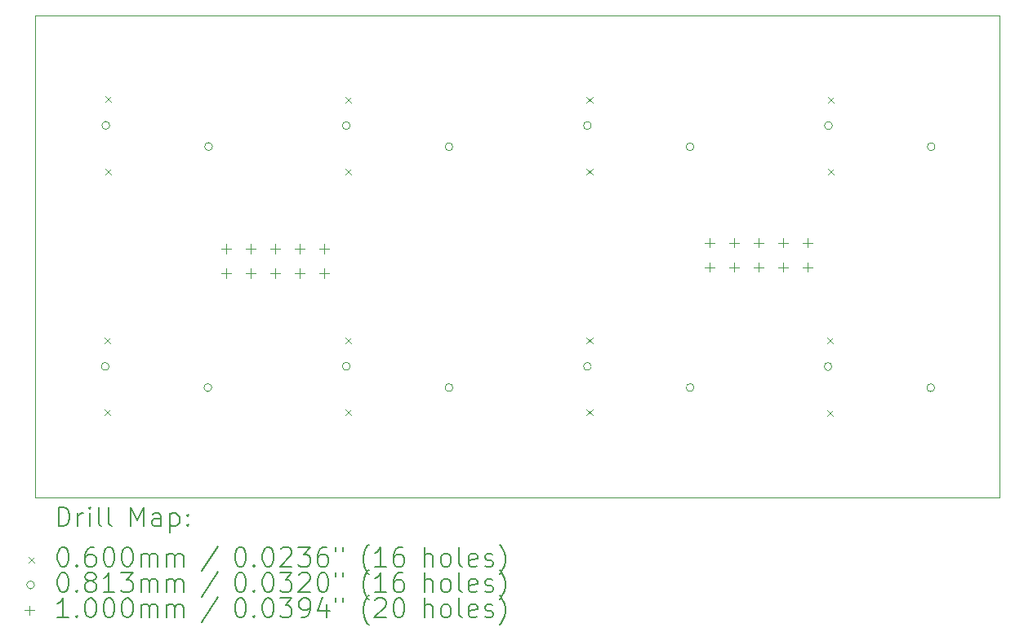
<source format=gbr>
%TF.GenerationSoftware,KiCad,Pcbnew,(7.0.0)*%
%TF.CreationDate,2023-05-19T00:04:20+02:00*%
%TF.ProjectId,BP,42502e6b-6963-4616-945f-706362585858,rev?*%
%TF.SameCoordinates,Original*%
%TF.FileFunction,Drillmap*%
%TF.FilePolarity,Positive*%
%FSLAX45Y45*%
G04 Gerber Fmt 4.5, Leading zero omitted, Abs format (unit mm)*
G04 Created by KiCad (PCBNEW (7.0.0)) date 2023-05-19 00:04:20*
%MOMM*%
%LPD*%
G01*
G04 APERTURE LIST*
%ADD10C,0.100000*%
%ADD11C,0.200000*%
%ADD12C,0.060000*%
%ADD13C,0.081280*%
G04 APERTURE END LIST*
D10*
X16200000Y-23800000D02*
X6200000Y-23800000D01*
X6200000Y-18800000D01*
X16200000Y-18800000D01*
X16200000Y-23800000D01*
D11*
D12*
X6920000Y-22140010D02*
X6980000Y-22200010D01*
X6980000Y-22140010D02*
X6920000Y-22200010D01*
X6920000Y-22890010D02*
X6980000Y-22950010D01*
X6980000Y-22890010D02*
X6920000Y-22950010D01*
X6927100Y-19638130D02*
X6987100Y-19698130D01*
X6987100Y-19638130D02*
X6927100Y-19698130D01*
X6927100Y-20388130D02*
X6987100Y-20448130D01*
X6987100Y-20388130D02*
X6927100Y-20448130D01*
X9420000Y-19640000D02*
X9480000Y-19700000D01*
X9480000Y-19640000D02*
X9420000Y-19700000D01*
X9420000Y-20390000D02*
X9480000Y-20450000D01*
X9480000Y-20390000D02*
X9420000Y-20450000D01*
X9420000Y-22140000D02*
X9480000Y-22200000D01*
X9480000Y-22140000D02*
X9420000Y-22200000D01*
X9420000Y-22890000D02*
X9480000Y-22950000D01*
X9480000Y-22890000D02*
X9420000Y-22950000D01*
X11920000Y-19640000D02*
X11980000Y-19700000D01*
X11980000Y-19640000D02*
X11920000Y-19700000D01*
X11920000Y-20390000D02*
X11980000Y-20450000D01*
X11980000Y-20390000D02*
X11920000Y-20450000D01*
X11920000Y-22140000D02*
X11980000Y-22200000D01*
X11980000Y-22140000D02*
X11920000Y-22200000D01*
X11920000Y-22890000D02*
X11980000Y-22950000D01*
X11980000Y-22890000D02*
X11920000Y-22950000D01*
X14413700Y-22141870D02*
X14473700Y-22201870D01*
X14473700Y-22141870D02*
X14413700Y-22201870D01*
X14413700Y-22891870D02*
X14473700Y-22951870D01*
X14473700Y-22891870D02*
X14413700Y-22951870D01*
X14420000Y-19640000D02*
X14480000Y-19700000D01*
X14480000Y-19640000D02*
X14420000Y-19700000D01*
X14420000Y-20390000D02*
X14480000Y-20450000D01*
X14480000Y-20390000D02*
X14420000Y-20450000D01*
D13*
X6967760Y-22440010D02*
G75*
G03*
X6967760Y-22440010I-40640J0D01*
G01*
X6974860Y-19938130D02*
G75*
G03*
X6974860Y-19938130I-40640J0D01*
G01*
X8032760Y-22660010D02*
G75*
G03*
X8032760Y-22660010I-40640J0D01*
G01*
X8039860Y-20158130D02*
G75*
G03*
X8039860Y-20158130I-40640J0D01*
G01*
X9467760Y-19940000D02*
G75*
G03*
X9467760Y-19940000I-40640J0D01*
G01*
X9467760Y-22440000D02*
G75*
G03*
X9467760Y-22440000I-40640J0D01*
G01*
X10532760Y-20160000D02*
G75*
G03*
X10532760Y-20160000I-40640J0D01*
G01*
X10532760Y-22660000D02*
G75*
G03*
X10532760Y-22660000I-40640J0D01*
G01*
X11967760Y-19940000D02*
G75*
G03*
X11967760Y-19940000I-40640J0D01*
G01*
X11967760Y-22440000D02*
G75*
G03*
X11967760Y-22440000I-40640J0D01*
G01*
X13032760Y-20160000D02*
G75*
G03*
X13032760Y-20160000I-40640J0D01*
G01*
X13032760Y-22660000D02*
G75*
G03*
X13032760Y-22660000I-40640J0D01*
G01*
X14463060Y-22441870D02*
G75*
G03*
X14463060Y-22441870I-40640J0D01*
G01*
X14467760Y-19940000D02*
G75*
G03*
X14467760Y-19940000I-40640J0D01*
G01*
X15528060Y-22661870D02*
G75*
G03*
X15528060Y-22661870I-40640J0D01*
G01*
X15532760Y-20160000D02*
G75*
G03*
X15532760Y-20160000I-40640J0D01*
G01*
D10*
X8184000Y-21166000D02*
X8184000Y-21266000D01*
X8134000Y-21216000D02*
X8234000Y-21216000D01*
X8184000Y-21420000D02*
X8184000Y-21520000D01*
X8134000Y-21470000D02*
X8234000Y-21470000D01*
X8438000Y-21166000D02*
X8438000Y-21266000D01*
X8388000Y-21216000D02*
X8488000Y-21216000D01*
X8438000Y-21420000D02*
X8438000Y-21520000D01*
X8388000Y-21470000D02*
X8488000Y-21470000D01*
X8692000Y-21166000D02*
X8692000Y-21266000D01*
X8642000Y-21216000D02*
X8742000Y-21216000D01*
X8692000Y-21420000D02*
X8692000Y-21520000D01*
X8642000Y-21470000D02*
X8742000Y-21470000D01*
X8946000Y-21166000D02*
X8946000Y-21266000D01*
X8896000Y-21216000D02*
X8996000Y-21216000D01*
X8946000Y-21420000D02*
X8946000Y-21520000D01*
X8896000Y-21470000D02*
X8996000Y-21470000D01*
X9200000Y-21166000D02*
X9200000Y-21266000D01*
X9150000Y-21216000D02*
X9250000Y-21216000D01*
X9200000Y-21420000D02*
X9200000Y-21520000D01*
X9150000Y-21470000D02*
X9250000Y-21470000D01*
X13194000Y-21106000D02*
X13194000Y-21206000D01*
X13144000Y-21156000D02*
X13244000Y-21156000D01*
X13194000Y-21360000D02*
X13194000Y-21460000D01*
X13144000Y-21410000D02*
X13244000Y-21410000D01*
X13448000Y-21106000D02*
X13448000Y-21206000D01*
X13398000Y-21156000D02*
X13498000Y-21156000D01*
X13448000Y-21360000D02*
X13448000Y-21460000D01*
X13398000Y-21410000D02*
X13498000Y-21410000D01*
X13702000Y-21106000D02*
X13702000Y-21206000D01*
X13652000Y-21156000D02*
X13752000Y-21156000D01*
X13702000Y-21360000D02*
X13702000Y-21460000D01*
X13652000Y-21410000D02*
X13752000Y-21410000D01*
X13956000Y-21106000D02*
X13956000Y-21206000D01*
X13906000Y-21156000D02*
X14006000Y-21156000D01*
X13956000Y-21360000D02*
X13956000Y-21460000D01*
X13906000Y-21410000D02*
X14006000Y-21410000D01*
X14210000Y-21106000D02*
X14210000Y-21206000D01*
X14160000Y-21156000D02*
X14260000Y-21156000D01*
X14210000Y-21360000D02*
X14210000Y-21460000D01*
X14160000Y-21410000D02*
X14260000Y-21410000D01*
D11*
X6442619Y-24098476D02*
X6442619Y-23898476D01*
X6442619Y-23898476D02*
X6490238Y-23898476D01*
X6490238Y-23898476D02*
X6518809Y-23908000D01*
X6518809Y-23908000D02*
X6537857Y-23927048D01*
X6537857Y-23927048D02*
X6547381Y-23946095D01*
X6547381Y-23946095D02*
X6556905Y-23984190D01*
X6556905Y-23984190D02*
X6556905Y-24012762D01*
X6556905Y-24012762D02*
X6547381Y-24050857D01*
X6547381Y-24050857D02*
X6537857Y-24069905D01*
X6537857Y-24069905D02*
X6518809Y-24088952D01*
X6518809Y-24088952D02*
X6490238Y-24098476D01*
X6490238Y-24098476D02*
X6442619Y-24098476D01*
X6642619Y-24098476D02*
X6642619Y-23965143D01*
X6642619Y-24003238D02*
X6652143Y-23984190D01*
X6652143Y-23984190D02*
X6661667Y-23974667D01*
X6661667Y-23974667D02*
X6680714Y-23965143D01*
X6680714Y-23965143D02*
X6699762Y-23965143D01*
X6766428Y-24098476D02*
X6766428Y-23965143D01*
X6766428Y-23898476D02*
X6756905Y-23908000D01*
X6756905Y-23908000D02*
X6766428Y-23917524D01*
X6766428Y-23917524D02*
X6775952Y-23908000D01*
X6775952Y-23908000D02*
X6766428Y-23898476D01*
X6766428Y-23898476D02*
X6766428Y-23917524D01*
X6890238Y-24098476D02*
X6871190Y-24088952D01*
X6871190Y-24088952D02*
X6861667Y-24069905D01*
X6861667Y-24069905D02*
X6861667Y-23898476D01*
X6995000Y-24098476D02*
X6975952Y-24088952D01*
X6975952Y-24088952D02*
X6966428Y-24069905D01*
X6966428Y-24069905D02*
X6966428Y-23898476D01*
X7191190Y-24098476D02*
X7191190Y-23898476D01*
X7191190Y-23898476D02*
X7257857Y-24041333D01*
X7257857Y-24041333D02*
X7324524Y-23898476D01*
X7324524Y-23898476D02*
X7324524Y-24098476D01*
X7505476Y-24098476D02*
X7505476Y-23993714D01*
X7505476Y-23993714D02*
X7495952Y-23974667D01*
X7495952Y-23974667D02*
X7476905Y-23965143D01*
X7476905Y-23965143D02*
X7438809Y-23965143D01*
X7438809Y-23965143D02*
X7419762Y-23974667D01*
X7505476Y-24088952D02*
X7486428Y-24098476D01*
X7486428Y-24098476D02*
X7438809Y-24098476D01*
X7438809Y-24098476D02*
X7419762Y-24088952D01*
X7419762Y-24088952D02*
X7410238Y-24069905D01*
X7410238Y-24069905D02*
X7410238Y-24050857D01*
X7410238Y-24050857D02*
X7419762Y-24031809D01*
X7419762Y-24031809D02*
X7438809Y-24022286D01*
X7438809Y-24022286D02*
X7486428Y-24022286D01*
X7486428Y-24022286D02*
X7505476Y-24012762D01*
X7600714Y-23965143D02*
X7600714Y-24165143D01*
X7600714Y-23974667D02*
X7619762Y-23965143D01*
X7619762Y-23965143D02*
X7657857Y-23965143D01*
X7657857Y-23965143D02*
X7676905Y-23974667D01*
X7676905Y-23974667D02*
X7686428Y-23984190D01*
X7686428Y-23984190D02*
X7695952Y-24003238D01*
X7695952Y-24003238D02*
X7695952Y-24060381D01*
X7695952Y-24060381D02*
X7686428Y-24079428D01*
X7686428Y-24079428D02*
X7676905Y-24088952D01*
X7676905Y-24088952D02*
X7657857Y-24098476D01*
X7657857Y-24098476D02*
X7619762Y-24098476D01*
X7619762Y-24098476D02*
X7600714Y-24088952D01*
X7781667Y-24079428D02*
X7791190Y-24088952D01*
X7791190Y-24088952D02*
X7781667Y-24098476D01*
X7781667Y-24098476D02*
X7772143Y-24088952D01*
X7772143Y-24088952D02*
X7781667Y-24079428D01*
X7781667Y-24079428D02*
X7781667Y-24098476D01*
X7781667Y-23974667D02*
X7791190Y-23984190D01*
X7791190Y-23984190D02*
X7781667Y-23993714D01*
X7781667Y-23993714D02*
X7772143Y-23984190D01*
X7772143Y-23984190D02*
X7781667Y-23974667D01*
X7781667Y-23974667D02*
X7781667Y-23993714D01*
D12*
X6135000Y-24415000D02*
X6195000Y-24475000D01*
X6195000Y-24415000D02*
X6135000Y-24475000D01*
D11*
X6480714Y-24318476D02*
X6499762Y-24318476D01*
X6499762Y-24318476D02*
X6518809Y-24328000D01*
X6518809Y-24328000D02*
X6528333Y-24337524D01*
X6528333Y-24337524D02*
X6537857Y-24356571D01*
X6537857Y-24356571D02*
X6547381Y-24394667D01*
X6547381Y-24394667D02*
X6547381Y-24442286D01*
X6547381Y-24442286D02*
X6537857Y-24480381D01*
X6537857Y-24480381D02*
X6528333Y-24499428D01*
X6528333Y-24499428D02*
X6518809Y-24508952D01*
X6518809Y-24508952D02*
X6499762Y-24518476D01*
X6499762Y-24518476D02*
X6480714Y-24518476D01*
X6480714Y-24518476D02*
X6461667Y-24508952D01*
X6461667Y-24508952D02*
X6452143Y-24499428D01*
X6452143Y-24499428D02*
X6442619Y-24480381D01*
X6442619Y-24480381D02*
X6433095Y-24442286D01*
X6433095Y-24442286D02*
X6433095Y-24394667D01*
X6433095Y-24394667D02*
X6442619Y-24356571D01*
X6442619Y-24356571D02*
X6452143Y-24337524D01*
X6452143Y-24337524D02*
X6461667Y-24328000D01*
X6461667Y-24328000D02*
X6480714Y-24318476D01*
X6633095Y-24499428D02*
X6642619Y-24508952D01*
X6642619Y-24508952D02*
X6633095Y-24518476D01*
X6633095Y-24518476D02*
X6623571Y-24508952D01*
X6623571Y-24508952D02*
X6633095Y-24499428D01*
X6633095Y-24499428D02*
X6633095Y-24518476D01*
X6814048Y-24318476D02*
X6775952Y-24318476D01*
X6775952Y-24318476D02*
X6756905Y-24328000D01*
X6756905Y-24328000D02*
X6747381Y-24337524D01*
X6747381Y-24337524D02*
X6728333Y-24366095D01*
X6728333Y-24366095D02*
X6718809Y-24404190D01*
X6718809Y-24404190D02*
X6718809Y-24480381D01*
X6718809Y-24480381D02*
X6728333Y-24499428D01*
X6728333Y-24499428D02*
X6737857Y-24508952D01*
X6737857Y-24508952D02*
X6756905Y-24518476D01*
X6756905Y-24518476D02*
X6795000Y-24518476D01*
X6795000Y-24518476D02*
X6814048Y-24508952D01*
X6814048Y-24508952D02*
X6823571Y-24499428D01*
X6823571Y-24499428D02*
X6833095Y-24480381D01*
X6833095Y-24480381D02*
X6833095Y-24432762D01*
X6833095Y-24432762D02*
X6823571Y-24413714D01*
X6823571Y-24413714D02*
X6814048Y-24404190D01*
X6814048Y-24404190D02*
X6795000Y-24394667D01*
X6795000Y-24394667D02*
X6756905Y-24394667D01*
X6756905Y-24394667D02*
X6737857Y-24404190D01*
X6737857Y-24404190D02*
X6728333Y-24413714D01*
X6728333Y-24413714D02*
X6718809Y-24432762D01*
X6956905Y-24318476D02*
X6975952Y-24318476D01*
X6975952Y-24318476D02*
X6995000Y-24328000D01*
X6995000Y-24328000D02*
X7004524Y-24337524D01*
X7004524Y-24337524D02*
X7014048Y-24356571D01*
X7014048Y-24356571D02*
X7023571Y-24394667D01*
X7023571Y-24394667D02*
X7023571Y-24442286D01*
X7023571Y-24442286D02*
X7014048Y-24480381D01*
X7014048Y-24480381D02*
X7004524Y-24499428D01*
X7004524Y-24499428D02*
X6995000Y-24508952D01*
X6995000Y-24508952D02*
X6975952Y-24518476D01*
X6975952Y-24518476D02*
X6956905Y-24518476D01*
X6956905Y-24518476D02*
X6937857Y-24508952D01*
X6937857Y-24508952D02*
X6928333Y-24499428D01*
X6928333Y-24499428D02*
X6918809Y-24480381D01*
X6918809Y-24480381D02*
X6909286Y-24442286D01*
X6909286Y-24442286D02*
X6909286Y-24394667D01*
X6909286Y-24394667D02*
X6918809Y-24356571D01*
X6918809Y-24356571D02*
X6928333Y-24337524D01*
X6928333Y-24337524D02*
X6937857Y-24328000D01*
X6937857Y-24328000D02*
X6956905Y-24318476D01*
X7147381Y-24318476D02*
X7166429Y-24318476D01*
X7166429Y-24318476D02*
X7185476Y-24328000D01*
X7185476Y-24328000D02*
X7195000Y-24337524D01*
X7195000Y-24337524D02*
X7204524Y-24356571D01*
X7204524Y-24356571D02*
X7214048Y-24394667D01*
X7214048Y-24394667D02*
X7214048Y-24442286D01*
X7214048Y-24442286D02*
X7204524Y-24480381D01*
X7204524Y-24480381D02*
X7195000Y-24499428D01*
X7195000Y-24499428D02*
X7185476Y-24508952D01*
X7185476Y-24508952D02*
X7166429Y-24518476D01*
X7166429Y-24518476D02*
X7147381Y-24518476D01*
X7147381Y-24518476D02*
X7128333Y-24508952D01*
X7128333Y-24508952D02*
X7118809Y-24499428D01*
X7118809Y-24499428D02*
X7109286Y-24480381D01*
X7109286Y-24480381D02*
X7099762Y-24442286D01*
X7099762Y-24442286D02*
X7099762Y-24394667D01*
X7099762Y-24394667D02*
X7109286Y-24356571D01*
X7109286Y-24356571D02*
X7118809Y-24337524D01*
X7118809Y-24337524D02*
X7128333Y-24328000D01*
X7128333Y-24328000D02*
X7147381Y-24318476D01*
X7299762Y-24518476D02*
X7299762Y-24385143D01*
X7299762Y-24404190D02*
X7309286Y-24394667D01*
X7309286Y-24394667D02*
X7328333Y-24385143D01*
X7328333Y-24385143D02*
X7356905Y-24385143D01*
X7356905Y-24385143D02*
X7375952Y-24394667D01*
X7375952Y-24394667D02*
X7385476Y-24413714D01*
X7385476Y-24413714D02*
X7385476Y-24518476D01*
X7385476Y-24413714D02*
X7395000Y-24394667D01*
X7395000Y-24394667D02*
X7414048Y-24385143D01*
X7414048Y-24385143D02*
X7442619Y-24385143D01*
X7442619Y-24385143D02*
X7461667Y-24394667D01*
X7461667Y-24394667D02*
X7471190Y-24413714D01*
X7471190Y-24413714D02*
X7471190Y-24518476D01*
X7566429Y-24518476D02*
X7566429Y-24385143D01*
X7566429Y-24404190D02*
X7575952Y-24394667D01*
X7575952Y-24394667D02*
X7595000Y-24385143D01*
X7595000Y-24385143D02*
X7623571Y-24385143D01*
X7623571Y-24385143D02*
X7642619Y-24394667D01*
X7642619Y-24394667D02*
X7652143Y-24413714D01*
X7652143Y-24413714D02*
X7652143Y-24518476D01*
X7652143Y-24413714D02*
X7661667Y-24394667D01*
X7661667Y-24394667D02*
X7680714Y-24385143D01*
X7680714Y-24385143D02*
X7709286Y-24385143D01*
X7709286Y-24385143D02*
X7728333Y-24394667D01*
X7728333Y-24394667D02*
X7737857Y-24413714D01*
X7737857Y-24413714D02*
X7737857Y-24518476D01*
X8095952Y-24308952D02*
X7924524Y-24566095D01*
X8320714Y-24318476D02*
X8339762Y-24318476D01*
X8339762Y-24318476D02*
X8358810Y-24328000D01*
X8358810Y-24328000D02*
X8368333Y-24337524D01*
X8368333Y-24337524D02*
X8377857Y-24356571D01*
X8377857Y-24356571D02*
X8387381Y-24394667D01*
X8387381Y-24394667D02*
X8387381Y-24442286D01*
X8387381Y-24442286D02*
X8377857Y-24480381D01*
X8377857Y-24480381D02*
X8368333Y-24499428D01*
X8368333Y-24499428D02*
X8358810Y-24508952D01*
X8358810Y-24508952D02*
X8339762Y-24518476D01*
X8339762Y-24518476D02*
X8320714Y-24518476D01*
X8320714Y-24518476D02*
X8301667Y-24508952D01*
X8301667Y-24508952D02*
X8292143Y-24499428D01*
X8292143Y-24499428D02*
X8282619Y-24480381D01*
X8282619Y-24480381D02*
X8273095Y-24442286D01*
X8273095Y-24442286D02*
X8273095Y-24394667D01*
X8273095Y-24394667D02*
X8282619Y-24356571D01*
X8282619Y-24356571D02*
X8292143Y-24337524D01*
X8292143Y-24337524D02*
X8301667Y-24328000D01*
X8301667Y-24328000D02*
X8320714Y-24318476D01*
X8473095Y-24499428D02*
X8482619Y-24508952D01*
X8482619Y-24508952D02*
X8473095Y-24518476D01*
X8473095Y-24518476D02*
X8463572Y-24508952D01*
X8463572Y-24508952D02*
X8473095Y-24499428D01*
X8473095Y-24499428D02*
X8473095Y-24518476D01*
X8606429Y-24318476D02*
X8625476Y-24318476D01*
X8625476Y-24318476D02*
X8644524Y-24328000D01*
X8644524Y-24328000D02*
X8654048Y-24337524D01*
X8654048Y-24337524D02*
X8663572Y-24356571D01*
X8663572Y-24356571D02*
X8673095Y-24394667D01*
X8673095Y-24394667D02*
X8673095Y-24442286D01*
X8673095Y-24442286D02*
X8663572Y-24480381D01*
X8663572Y-24480381D02*
X8654048Y-24499428D01*
X8654048Y-24499428D02*
X8644524Y-24508952D01*
X8644524Y-24508952D02*
X8625476Y-24518476D01*
X8625476Y-24518476D02*
X8606429Y-24518476D01*
X8606429Y-24518476D02*
X8587381Y-24508952D01*
X8587381Y-24508952D02*
X8577857Y-24499428D01*
X8577857Y-24499428D02*
X8568333Y-24480381D01*
X8568333Y-24480381D02*
X8558810Y-24442286D01*
X8558810Y-24442286D02*
X8558810Y-24394667D01*
X8558810Y-24394667D02*
X8568333Y-24356571D01*
X8568333Y-24356571D02*
X8577857Y-24337524D01*
X8577857Y-24337524D02*
X8587381Y-24328000D01*
X8587381Y-24328000D02*
X8606429Y-24318476D01*
X8749286Y-24337524D02*
X8758810Y-24328000D01*
X8758810Y-24328000D02*
X8777857Y-24318476D01*
X8777857Y-24318476D02*
X8825476Y-24318476D01*
X8825476Y-24318476D02*
X8844524Y-24328000D01*
X8844524Y-24328000D02*
X8854048Y-24337524D01*
X8854048Y-24337524D02*
X8863572Y-24356571D01*
X8863572Y-24356571D02*
X8863572Y-24375619D01*
X8863572Y-24375619D02*
X8854048Y-24404190D01*
X8854048Y-24404190D02*
X8739762Y-24518476D01*
X8739762Y-24518476D02*
X8863572Y-24518476D01*
X8930238Y-24318476D02*
X9054048Y-24318476D01*
X9054048Y-24318476D02*
X8987381Y-24394667D01*
X8987381Y-24394667D02*
X9015953Y-24394667D01*
X9015953Y-24394667D02*
X9035000Y-24404190D01*
X9035000Y-24404190D02*
X9044524Y-24413714D01*
X9044524Y-24413714D02*
X9054048Y-24432762D01*
X9054048Y-24432762D02*
X9054048Y-24480381D01*
X9054048Y-24480381D02*
X9044524Y-24499428D01*
X9044524Y-24499428D02*
X9035000Y-24508952D01*
X9035000Y-24508952D02*
X9015953Y-24518476D01*
X9015953Y-24518476D02*
X8958810Y-24518476D01*
X8958810Y-24518476D02*
X8939762Y-24508952D01*
X8939762Y-24508952D02*
X8930238Y-24499428D01*
X9225476Y-24318476D02*
X9187381Y-24318476D01*
X9187381Y-24318476D02*
X9168333Y-24328000D01*
X9168333Y-24328000D02*
X9158810Y-24337524D01*
X9158810Y-24337524D02*
X9139762Y-24366095D01*
X9139762Y-24366095D02*
X9130238Y-24404190D01*
X9130238Y-24404190D02*
X9130238Y-24480381D01*
X9130238Y-24480381D02*
X9139762Y-24499428D01*
X9139762Y-24499428D02*
X9149286Y-24508952D01*
X9149286Y-24508952D02*
X9168333Y-24518476D01*
X9168333Y-24518476D02*
X9206429Y-24518476D01*
X9206429Y-24518476D02*
X9225476Y-24508952D01*
X9225476Y-24508952D02*
X9235000Y-24499428D01*
X9235000Y-24499428D02*
X9244524Y-24480381D01*
X9244524Y-24480381D02*
X9244524Y-24432762D01*
X9244524Y-24432762D02*
X9235000Y-24413714D01*
X9235000Y-24413714D02*
X9225476Y-24404190D01*
X9225476Y-24404190D02*
X9206429Y-24394667D01*
X9206429Y-24394667D02*
X9168333Y-24394667D01*
X9168333Y-24394667D02*
X9149286Y-24404190D01*
X9149286Y-24404190D02*
X9139762Y-24413714D01*
X9139762Y-24413714D02*
X9130238Y-24432762D01*
X9320714Y-24318476D02*
X9320714Y-24356571D01*
X9396905Y-24318476D02*
X9396905Y-24356571D01*
X9659762Y-24594667D02*
X9650238Y-24585143D01*
X9650238Y-24585143D02*
X9631191Y-24556571D01*
X9631191Y-24556571D02*
X9621667Y-24537524D01*
X9621667Y-24537524D02*
X9612143Y-24508952D01*
X9612143Y-24508952D02*
X9602619Y-24461333D01*
X9602619Y-24461333D02*
X9602619Y-24423238D01*
X9602619Y-24423238D02*
X9612143Y-24375619D01*
X9612143Y-24375619D02*
X9621667Y-24347048D01*
X9621667Y-24347048D02*
X9631191Y-24328000D01*
X9631191Y-24328000D02*
X9650238Y-24299428D01*
X9650238Y-24299428D02*
X9659762Y-24289905D01*
X9840714Y-24518476D02*
X9726429Y-24518476D01*
X9783572Y-24518476D02*
X9783572Y-24318476D01*
X9783572Y-24318476D02*
X9764524Y-24347048D01*
X9764524Y-24347048D02*
X9745476Y-24366095D01*
X9745476Y-24366095D02*
X9726429Y-24375619D01*
X10012143Y-24318476D02*
X9974048Y-24318476D01*
X9974048Y-24318476D02*
X9955000Y-24328000D01*
X9955000Y-24328000D02*
X9945476Y-24337524D01*
X9945476Y-24337524D02*
X9926429Y-24366095D01*
X9926429Y-24366095D02*
X9916905Y-24404190D01*
X9916905Y-24404190D02*
X9916905Y-24480381D01*
X9916905Y-24480381D02*
X9926429Y-24499428D01*
X9926429Y-24499428D02*
X9935953Y-24508952D01*
X9935953Y-24508952D02*
X9955000Y-24518476D01*
X9955000Y-24518476D02*
X9993095Y-24518476D01*
X9993095Y-24518476D02*
X10012143Y-24508952D01*
X10012143Y-24508952D02*
X10021667Y-24499428D01*
X10021667Y-24499428D02*
X10031191Y-24480381D01*
X10031191Y-24480381D02*
X10031191Y-24432762D01*
X10031191Y-24432762D02*
X10021667Y-24413714D01*
X10021667Y-24413714D02*
X10012143Y-24404190D01*
X10012143Y-24404190D02*
X9993095Y-24394667D01*
X9993095Y-24394667D02*
X9955000Y-24394667D01*
X9955000Y-24394667D02*
X9935953Y-24404190D01*
X9935953Y-24404190D02*
X9926429Y-24413714D01*
X9926429Y-24413714D02*
X9916905Y-24432762D01*
X10236905Y-24518476D02*
X10236905Y-24318476D01*
X10322619Y-24518476D02*
X10322619Y-24413714D01*
X10322619Y-24413714D02*
X10313095Y-24394667D01*
X10313095Y-24394667D02*
X10294048Y-24385143D01*
X10294048Y-24385143D02*
X10265476Y-24385143D01*
X10265476Y-24385143D02*
X10246429Y-24394667D01*
X10246429Y-24394667D02*
X10236905Y-24404190D01*
X10446429Y-24518476D02*
X10427381Y-24508952D01*
X10427381Y-24508952D02*
X10417857Y-24499428D01*
X10417857Y-24499428D02*
X10408334Y-24480381D01*
X10408334Y-24480381D02*
X10408334Y-24423238D01*
X10408334Y-24423238D02*
X10417857Y-24404190D01*
X10417857Y-24404190D02*
X10427381Y-24394667D01*
X10427381Y-24394667D02*
X10446429Y-24385143D01*
X10446429Y-24385143D02*
X10475000Y-24385143D01*
X10475000Y-24385143D02*
X10494048Y-24394667D01*
X10494048Y-24394667D02*
X10503572Y-24404190D01*
X10503572Y-24404190D02*
X10513095Y-24423238D01*
X10513095Y-24423238D02*
X10513095Y-24480381D01*
X10513095Y-24480381D02*
X10503572Y-24499428D01*
X10503572Y-24499428D02*
X10494048Y-24508952D01*
X10494048Y-24508952D02*
X10475000Y-24518476D01*
X10475000Y-24518476D02*
X10446429Y-24518476D01*
X10627381Y-24518476D02*
X10608334Y-24508952D01*
X10608334Y-24508952D02*
X10598810Y-24489905D01*
X10598810Y-24489905D02*
X10598810Y-24318476D01*
X10779762Y-24508952D02*
X10760715Y-24518476D01*
X10760715Y-24518476D02*
X10722619Y-24518476D01*
X10722619Y-24518476D02*
X10703572Y-24508952D01*
X10703572Y-24508952D02*
X10694048Y-24489905D01*
X10694048Y-24489905D02*
X10694048Y-24413714D01*
X10694048Y-24413714D02*
X10703572Y-24394667D01*
X10703572Y-24394667D02*
X10722619Y-24385143D01*
X10722619Y-24385143D02*
X10760715Y-24385143D01*
X10760715Y-24385143D02*
X10779762Y-24394667D01*
X10779762Y-24394667D02*
X10789286Y-24413714D01*
X10789286Y-24413714D02*
X10789286Y-24432762D01*
X10789286Y-24432762D02*
X10694048Y-24451809D01*
X10865476Y-24508952D02*
X10884524Y-24518476D01*
X10884524Y-24518476D02*
X10922619Y-24518476D01*
X10922619Y-24518476D02*
X10941667Y-24508952D01*
X10941667Y-24508952D02*
X10951191Y-24489905D01*
X10951191Y-24489905D02*
X10951191Y-24480381D01*
X10951191Y-24480381D02*
X10941667Y-24461333D01*
X10941667Y-24461333D02*
X10922619Y-24451809D01*
X10922619Y-24451809D02*
X10894048Y-24451809D01*
X10894048Y-24451809D02*
X10875000Y-24442286D01*
X10875000Y-24442286D02*
X10865476Y-24423238D01*
X10865476Y-24423238D02*
X10865476Y-24413714D01*
X10865476Y-24413714D02*
X10875000Y-24394667D01*
X10875000Y-24394667D02*
X10894048Y-24385143D01*
X10894048Y-24385143D02*
X10922619Y-24385143D01*
X10922619Y-24385143D02*
X10941667Y-24394667D01*
X11017857Y-24594667D02*
X11027381Y-24585143D01*
X11027381Y-24585143D02*
X11046429Y-24556571D01*
X11046429Y-24556571D02*
X11055953Y-24537524D01*
X11055953Y-24537524D02*
X11065476Y-24508952D01*
X11065476Y-24508952D02*
X11075000Y-24461333D01*
X11075000Y-24461333D02*
X11075000Y-24423238D01*
X11075000Y-24423238D02*
X11065476Y-24375619D01*
X11065476Y-24375619D02*
X11055953Y-24347048D01*
X11055953Y-24347048D02*
X11046429Y-24328000D01*
X11046429Y-24328000D02*
X11027381Y-24299428D01*
X11027381Y-24299428D02*
X11017857Y-24289905D01*
D13*
X6195000Y-24709000D02*
G75*
G03*
X6195000Y-24709000I-40640J0D01*
G01*
D11*
X6480714Y-24582476D02*
X6499762Y-24582476D01*
X6499762Y-24582476D02*
X6518809Y-24592000D01*
X6518809Y-24592000D02*
X6528333Y-24601524D01*
X6528333Y-24601524D02*
X6537857Y-24620571D01*
X6537857Y-24620571D02*
X6547381Y-24658667D01*
X6547381Y-24658667D02*
X6547381Y-24706286D01*
X6547381Y-24706286D02*
X6537857Y-24744381D01*
X6537857Y-24744381D02*
X6528333Y-24763428D01*
X6528333Y-24763428D02*
X6518809Y-24772952D01*
X6518809Y-24772952D02*
X6499762Y-24782476D01*
X6499762Y-24782476D02*
X6480714Y-24782476D01*
X6480714Y-24782476D02*
X6461667Y-24772952D01*
X6461667Y-24772952D02*
X6452143Y-24763428D01*
X6452143Y-24763428D02*
X6442619Y-24744381D01*
X6442619Y-24744381D02*
X6433095Y-24706286D01*
X6433095Y-24706286D02*
X6433095Y-24658667D01*
X6433095Y-24658667D02*
X6442619Y-24620571D01*
X6442619Y-24620571D02*
X6452143Y-24601524D01*
X6452143Y-24601524D02*
X6461667Y-24592000D01*
X6461667Y-24592000D02*
X6480714Y-24582476D01*
X6633095Y-24763428D02*
X6642619Y-24772952D01*
X6642619Y-24772952D02*
X6633095Y-24782476D01*
X6633095Y-24782476D02*
X6623571Y-24772952D01*
X6623571Y-24772952D02*
X6633095Y-24763428D01*
X6633095Y-24763428D02*
X6633095Y-24782476D01*
X6756905Y-24668190D02*
X6737857Y-24658667D01*
X6737857Y-24658667D02*
X6728333Y-24649143D01*
X6728333Y-24649143D02*
X6718809Y-24630095D01*
X6718809Y-24630095D02*
X6718809Y-24620571D01*
X6718809Y-24620571D02*
X6728333Y-24601524D01*
X6728333Y-24601524D02*
X6737857Y-24592000D01*
X6737857Y-24592000D02*
X6756905Y-24582476D01*
X6756905Y-24582476D02*
X6795000Y-24582476D01*
X6795000Y-24582476D02*
X6814048Y-24592000D01*
X6814048Y-24592000D02*
X6823571Y-24601524D01*
X6823571Y-24601524D02*
X6833095Y-24620571D01*
X6833095Y-24620571D02*
X6833095Y-24630095D01*
X6833095Y-24630095D02*
X6823571Y-24649143D01*
X6823571Y-24649143D02*
X6814048Y-24658667D01*
X6814048Y-24658667D02*
X6795000Y-24668190D01*
X6795000Y-24668190D02*
X6756905Y-24668190D01*
X6756905Y-24668190D02*
X6737857Y-24677714D01*
X6737857Y-24677714D02*
X6728333Y-24687238D01*
X6728333Y-24687238D02*
X6718809Y-24706286D01*
X6718809Y-24706286D02*
X6718809Y-24744381D01*
X6718809Y-24744381D02*
X6728333Y-24763428D01*
X6728333Y-24763428D02*
X6737857Y-24772952D01*
X6737857Y-24772952D02*
X6756905Y-24782476D01*
X6756905Y-24782476D02*
X6795000Y-24782476D01*
X6795000Y-24782476D02*
X6814048Y-24772952D01*
X6814048Y-24772952D02*
X6823571Y-24763428D01*
X6823571Y-24763428D02*
X6833095Y-24744381D01*
X6833095Y-24744381D02*
X6833095Y-24706286D01*
X6833095Y-24706286D02*
X6823571Y-24687238D01*
X6823571Y-24687238D02*
X6814048Y-24677714D01*
X6814048Y-24677714D02*
X6795000Y-24668190D01*
X7023571Y-24782476D02*
X6909286Y-24782476D01*
X6966428Y-24782476D02*
X6966428Y-24582476D01*
X6966428Y-24582476D02*
X6947381Y-24611048D01*
X6947381Y-24611048D02*
X6928333Y-24630095D01*
X6928333Y-24630095D02*
X6909286Y-24639619D01*
X7090238Y-24582476D02*
X7214048Y-24582476D01*
X7214048Y-24582476D02*
X7147381Y-24658667D01*
X7147381Y-24658667D02*
X7175952Y-24658667D01*
X7175952Y-24658667D02*
X7195000Y-24668190D01*
X7195000Y-24668190D02*
X7204524Y-24677714D01*
X7204524Y-24677714D02*
X7214048Y-24696762D01*
X7214048Y-24696762D02*
X7214048Y-24744381D01*
X7214048Y-24744381D02*
X7204524Y-24763428D01*
X7204524Y-24763428D02*
X7195000Y-24772952D01*
X7195000Y-24772952D02*
X7175952Y-24782476D01*
X7175952Y-24782476D02*
X7118809Y-24782476D01*
X7118809Y-24782476D02*
X7099762Y-24772952D01*
X7099762Y-24772952D02*
X7090238Y-24763428D01*
X7299762Y-24782476D02*
X7299762Y-24649143D01*
X7299762Y-24668190D02*
X7309286Y-24658667D01*
X7309286Y-24658667D02*
X7328333Y-24649143D01*
X7328333Y-24649143D02*
X7356905Y-24649143D01*
X7356905Y-24649143D02*
X7375952Y-24658667D01*
X7375952Y-24658667D02*
X7385476Y-24677714D01*
X7385476Y-24677714D02*
X7385476Y-24782476D01*
X7385476Y-24677714D02*
X7395000Y-24658667D01*
X7395000Y-24658667D02*
X7414048Y-24649143D01*
X7414048Y-24649143D02*
X7442619Y-24649143D01*
X7442619Y-24649143D02*
X7461667Y-24658667D01*
X7461667Y-24658667D02*
X7471190Y-24677714D01*
X7471190Y-24677714D02*
X7471190Y-24782476D01*
X7566429Y-24782476D02*
X7566429Y-24649143D01*
X7566429Y-24668190D02*
X7575952Y-24658667D01*
X7575952Y-24658667D02*
X7595000Y-24649143D01*
X7595000Y-24649143D02*
X7623571Y-24649143D01*
X7623571Y-24649143D02*
X7642619Y-24658667D01*
X7642619Y-24658667D02*
X7652143Y-24677714D01*
X7652143Y-24677714D02*
X7652143Y-24782476D01*
X7652143Y-24677714D02*
X7661667Y-24658667D01*
X7661667Y-24658667D02*
X7680714Y-24649143D01*
X7680714Y-24649143D02*
X7709286Y-24649143D01*
X7709286Y-24649143D02*
X7728333Y-24658667D01*
X7728333Y-24658667D02*
X7737857Y-24677714D01*
X7737857Y-24677714D02*
X7737857Y-24782476D01*
X8095952Y-24572952D02*
X7924524Y-24830095D01*
X8320714Y-24582476D02*
X8339762Y-24582476D01*
X8339762Y-24582476D02*
X8358810Y-24592000D01*
X8358810Y-24592000D02*
X8368333Y-24601524D01*
X8368333Y-24601524D02*
X8377857Y-24620571D01*
X8377857Y-24620571D02*
X8387381Y-24658667D01*
X8387381Y-24658667D02*
X8387381Y-24706286D01*
X8387381Y-24706286D02*
X8377857Y-24744381D01*
X8377857Y-24744381D02*
X8368333Y-24763428D01*
X8368333Y-24763428D02*
X8358810Y-24772952D01*
X8358810Y-24772952D02*
X8339762Y-24782476D01*
X8339762Y-24782476D02*
X8320714Y-24782476D01*
X8320714Y-24782476D02*
X8301667Y-24772952D01*
X8301667Y-24772952D02*
X8292143Y-24763428D01*
X8292143Y-24763428D02*
X8282619Y-24744381D01*
X8282619Y-24744381D02*
X8273095Y-24706286D01*
X8273095Y-24706286D02*
X8273095Y-24658667D01*
X8273095Y-24658667D02*
X8282619Y-24620571D01*
X8282619Y-24620571D02*
X8292143Y-24601524D01*
X8292143Y-24601524D02*
X8301667Y-24592000D01*
X8301667Y-24592000D02*
X8320714Y-24582476D01*
X8473095Y-24763428D02*
X8482619Y-24772952D01*
X8482619Y-24772952D02*
X8473095Y-24782476D01*
X8473095Y-24782476D02*
X8463572Y-24772952D01*
X8463572Y-24772952D02*
X8473095Y-24763428D01*
X8473095Y-24763428D02*
X8473095Y-24782476D01*
X8606429Y-24582476D02*
X8625476Y-24582476D01*
X8625476Y-24582476D02*
X8644524Y-24592000D01*
X8644524Y-24592000D02*
X8654048Y-24601524D01*
X8654048Y-24601524D02*
X8663572Y-24620571D01*
X8663572Y-24620571D02*
X8673095Y-24658667D01*
X8673095Y-24658667D02*
X8673095Y-24706286D01*
X8673095Y-24706286D02*
X8663572Y-24744381D01*
X8663572Y-24744381D02*
X8654048Y-24763428D01*
X8654048Y-24763428D02*
X8644524Y-24772952D01*
X8644524Y-24772952D02*
X8625476Y-24782476D01*
X8625476Y-24782476D02*
X8606429Y-24782476D01*
X8606429Y-24782476D02*
X8587381Y-24772952D01*
X8587381Y-24772952D02*
X8577857Y-24763428D01*
X8577857Y-24763428D02*
X8568333Y-24744381D01*
X8568333Y-24744381D02*
X8558810Y-24706286D01*
X8558810Y-24706286D02*
X8558810Y-24658667D01*
X8558810Y-24658667D02*
X8568333Y-24620571D01*
X8568333Y-24620571D02*
X8577857Y-24601524D01*
X8577857Y-24601524D02*
X8587381Y-24592000D01*
X8587381Y-24592000D02*
X8606429Y-24582476D01*
X8739762Y-24582476D02*
X8863572Y-24582476D01*
X8863572Y-24582476D02*
X8796905Y-24658667D01*
X8796905Y-24658667D02*
X8825476Y-24658667D01*
X8825476Y-24658667D02*
X8844524Y-24668190D01*
X8844524Y-24668190D02*
X8854048Y-24677714D01*
X8854048Y-24677714D02*
X8863572Y-24696762D01*
X8863572Y-24696762D02*
X8863572Y-24744381D01*
X8863572Y-24744381D02*
X8854048Y-24763428D01*
X8854048Y-24763428D02*
X8844524Y-24772952D01*
X8844524Y-24772952D02*
X8825476Y-24782476D01*
X8825476Y-24782476D02*
X8768333Y-24782476D01*
X8768333Y-24782476D02*
X8749286Y-24772952D01*
X8749286Y-24772952D02*
X8739762Y-24763428D01*
X8939762Y-24601524D02*
X8949286Y-24592000D01*
X8949286Y-24592000D02*
X8968333Y-24582476D01*
X8968333Y-24582476D02*
X9015953Y-24582476D01*
X9015953Y-24582476D02*
X9035000Y-24592000D01*
X9035000Y-24592000D02*
X9044524Y-24601524D01*
X9044524Y-24601524D02*
X9054048Y-24620571D01*
X9054048Y-24620571D02*
X9054048Y-24639619D01*
X9054048Y-24639619D02*
X9044524Y-24668190D01*
X9044524Y-24668190D02*
X8930238Y-24782476D01*
X8930238Y-24782476D02*
X9054048Y-24782476D01*
X9177857Y-24582476D02*
X9196905Y-24582476D01*
X9196905Y-24582476D02*
X9215953Y-24592000D01*
X9215953Y-24592000D02*
X9225476Y-24601524D01*
X9225476Y-24601524D02*
X9235000Y-24620571D01*
X9235000Y-24620571D02*
X9244524Y-24658667D01*
X9244524Y-24658667D02*
X9244524Y-24706286D01*
X9244524Y-24706286D02*
X9235000Y-24744381D01*
X9235000Y-24744381D02*
X9225476Y-24763428D01*
X9225476Y-24763428D02*
X9215953Y-24772952D01*
X9215953Y-24772952D02*
X9196905Y-24782476D01*
X9196905Y-24782476D02*
X9177857Y-24782476D01*
X9177857Y-24782476D02*
X9158810Y-24772952D01*
X9158810Y-24772952D02*
X9149286Y-24763428D01*
X9149286Y-24763428D02*
X9139762Y-24744381D01*
X9139762Y-24744381D02*
X9130238Y-24706286D01*
X9130238Y-24706286D02*
X9130238Y-24658667D01*
X9130238Y-24658667D02*
X9139762Y-24620571D01*
X9139762Y-24620571D02*
X9149286Y-24601524D01*
X9149286Y-24601524D02*
X9158810Y-24592000D01*
X9158810Y-24592000D02*
X9177857Y-24582476D01*
X9320714Y-24582476D02*
X9320714Y-24620571D01*
X9396905Y-24582476D02*
X9396905Y-24620571D01*
X9659762Y-24858667D02*
X9650238Y-24849143D01*
X9650238Y-24849143D02*
X9631191Y-24820571D01*
X9631191Y-24820571D02*
X9621667Y-24801524D01*
X9621667Y-24801524D02*
X9612143Y-24772952D01*
X9612143Y-24772952D02*
X9602619Y-24725333D01*
X9602619Y-24725333D02*
X9602619Y-24687238D01*
X9602619Y-24687238D02*
X9612143Y-24639619D01*
X9612143Y-24639619D02*
X9621667Y-24611048D01*
X9621667Y-24611048D02*
X9631191Y-24592000D01*
X9631191Y-24592000D02*
X9650238Y-24563428D01*
X9650238Y-24563428D02*
X9659762Y-24553905D01*
X9840714Y-24782476D02*
X9726429Y-24782476D01*
X9783572Y-24782476D02*
X9783572Y-24582476D01*
X9783572Y-24582476D02*
X9764524Y-24611048D01*
X9764524Y-24611048D02*
X9745476Y-24630095D01*
X9745476Y-24630095D02*
X9726429Y-24639619D01*
X10012143Y-24582476D02*
X9974048Y-24582476D01*
X9974048Y-24582476D02*
X9955000Y-24592000D01*
X9955000Y-24592000D02*
X9945476Y-24601524D01*
X9945476Y-24601524D02*
X9926429Y-24630095D01*
X9926429Y-24630095D02*
X9916905Y-24668190D01*
X9916905Y-24668190D02*
X9916905Y-24744381D01*
X9916905Y-24744381D02*
X9926429Y-24763428D01*
X9926429Y-24763428D02*
X9935953Y-24772952D01*
X9935953Y-24772952D02*
X9955000Y-24782476D01*
X9955000Y-24782476D02*
X9993095Y-24782476D01*
X9993095Y-24782476D02*
X10012143Y-24772952D01*
X10012143Y-24772952D02*
X10021667Y-24763428D01*
X10021667Y-24763428D02*
X10031191Y-24744381D01*
X10031191Y-24744381D02*
X10031191Y-24696762D01*
X10031191Y-24696762D02*
X10021667Y-24677714D01*
X10021667Y-24677714D02*
X10012143Y-24668190D01*
X10012143Y-24668190D02*
X9993095Y-24658667D01*
X9993095Y-24658667D02*
X9955000Y-24658667D01*
X9955000Y-24658667D02*
X9935953Y-24668190D01*
X9935953Y-24668190D02*
X9926429Y-24677714D01*
X9926429Y-24677714D02*
X9916905Y-24696762D01*
X10236905Y-24782476D02*
X10236905Y-24582476D01*
X10322619Y-24782476D02*
X10322619Y-24677714D01*
X10322619Y-24677714D02*
X10313095Y-24658667D01*
X10313095Y-24658667D02*
X10294048Y-24649143D01*
X10294048Y-24649143D02*
X10265476Y-24649143D01*
X10265476Y-24649143D02*
X10246429Y-24658667D01*
X10246429Y-24658667D02*
X10236905Y-24668190D01*
X10446429Y-24782476D02*
X10427381Y-24772952D01*
X10427381Y-24772952D02*
X10417857Y-24763428D01*
X10417857Y-24763428D02*
X10408334Y-24744381D01*
X10408334Y-24744381D02*
X10408334Y-24687238D01*
X10408334Y-24687238D02*
X10417857Y-24668190D01*
X10417857Y-24668190D02*
X10427381Y-24658667D01*
X10427381Y-24658667D02*
X10446429Y-24649143D01*
X10446429Y-24649143D02*
X10475000Y-24649143D01*
X10475000Y-24649143D02*
X10494048Y-24658667D01*
X10494048Y-24658667D02*
X10503572Y-24668190D01*
X10503572Y-24668190D02*
X10513095Y-24687238D01*
X10513095Y-24687238D02*
X10513095Y-24744381D01*
X10513095Y-24744381D02*
X10503572Y-24763428D01*
X10503572Y-24763428D02*
X10494048Y-24772952D01*
X10494048Y-24772952D02*
X10475000Y-24782476D01*
X10475000Y-24782476D02*
X10446429Y-24782476D01*
X10627381Y-24782476D02*
X10608334Y-24772952D01*
X10608334Y-24772952D02*
X10598810Y-24753905D01*
X10598810Y-24753905D02*
X10598810Y-24582476D01*
X10779762Y-24772952D02*
X10760715Y-24782476D01*
X10760715Y-24782476D02*
X10722619Y-24782476D01*
X10722619Y-24782476D02*
X10703572Y-24772952D01*
X10703572Y-24772952D02*
X10694048Y-24753905D01*
X10694048Y-24753905D02*
X10694048Y-24677714D01*
X10694048Y-24677714D02*
X10703572Y-24658667D01*
X10703572Y-24658667D02*
X10722619Y-24649143D01*
X10722619Y-24649143D02*
X10760715Y-24649143D01*
X10760715Y-24649143D02*
X10779762Y-24658667D01*
X10779762Y-24658667D02*
X10789286Y-24677714D01*
X10789286Y-24677714D02*
X10789286Y-24696762D01*
X10789286Y-24696762D02*
X10694048Y-24715809D01*
X10865476Y-24772952D02*
X10884524Y-24782476D01*
X10884524Y-24782476D02*
X10922619Y-24782476D01*
X10922619Y-24782476D02*
X10941667Y-24772952D01*
X10941667Y-24772952D02*
X10951191Y-24753905D01*
X10951191Y-24753905D02*
X10951191Y-24744381D01*
X10951191Y-24744381D02*
X10941667Y-24725333D01*
X10941667Y-24725333D02*
X10922619Y-24715809D01*
X10922619Y-24715809D02*
X10894048Y-24715809D01*
X10894048Y-24715809D02*
X10875000Y-24706286D01*
X10875000Y-24706286D02*
X10865476Y-24687238D01*
X10865476Y-24687238D02*
X10865476Y-24677714D01*
X10865476Y-24677714D02*
X10875000Y-24658667D01*
X10875000Y-24658667D02*
X10894048Y-24649143D01*
X10894048Y-24649143D02*
X10922619Y-24649143D01*
X10922619Y-24649143D02*
X10941667Y-24658667D01*
X11017857Y-24858667D02*
X11027381Y-24849143D01*
X11027381Y-24849143D02*
X11046429Y-24820571D01*
X11046429Y-24820571D02*
X11055953Y-24801524D01*
X11055953Y-24801524D02*
X11065476Y-24772952D01*
X11065476Y-24772952D02*
X11075000Y-24725333D01*
X11075000Y-24725333D02*
X11075000Y-24687238D01*
X11075000Y-24687238D02*
X11065476Y-24639619D01*
X11065476Y-24639619D02*
X11055953Y-24611048D01*
X11055953Y-24611048D02*
X11046429Y-24592000D01*
X11046429Y-24592000D02*
X11027381Y-24563428D01*
X11027381Y-24563428D02*
X11017857Y-24553905D01*
D10*
X6145000Y-24923000D02*
X6145000Y-25023000D01*
X6095000Y-24973000D02*
X6195000Y-24973000D01*
D11*
X6547381Y-25046476D02*
X6433095Y-25046476D01*
X6490238Y-25046476D02*
X6490238Y-24846476D01*
X6490238Y-24846476D02*
X6471190Y-24875048D01*
X6471190Y-24875048D02*
X6452143Y-24894095D01*
X6452143Y-24894095D02*
X6433095Y-24903619D01*
X6633095Y-25027428D02*
X6642619Y-25036952D01*
X6642619Y-25036952D02*
X6633095Y-25046476D01*
X6633095Y-25046476D02*
X6623571Y-25036952D01*
X6623571Y-25036952D02*
X6633095Y-25027428D01*
X6633095Y-25027428D02*
X6633095Y-25046476D01*
X6766428Y-24846476D02*
X6785476Y-24846476D01*
X6785476Y-24846476D02*
X6804524Y-24856000D01*
X6804524Y-24856000D02*
X6814048Y-24865524D01*
X6814048Y-24865524D02*
X6823571Y-24884571D01*
X6823571Y-24884571D02*
X6833095Y-24922667D01*
X6833095Y-24922667D02*
X6833095Y-24970286D01*
X6833095Y-24970286D02*
X6823571Y-25008381D01*
X6823571Y-25008381D02*
X6814048Y-25027428D01*
X6814048Y-25027428D02*
X6804524Y-25036952D01*
X6804524Y-25036952D02*
X6785476Y-25046476D01*
X6785476Y-25046476D02*
X6766428Y-25046476D01*
X6766428Y-25046476D02*
X6747381Y-25036952D01*
X6747381Y-25036952D02*
X6737857Y-25027428D01*
X6737857Y-25027428D02*
X6728333Y-25008381D01*
X6728333Y-25008381D02*
X6718809Y-24970286D01*
X6718809Y-24970286D02*
X6718809Y-24922667D01*
X6718809Y-24922667D02*
X6728333Y-24884571D01*
X6728333Y-24884571D02*
X6737857Y-24865524D01*
X6737857Y-24865524D02*
X6747381Y-24856000D01*
X6747381Y-24856000D02*
X6766428Y-24846476D01*
X6956905Y-24846476D02*
X6975952Y-24846476D01*
X6975952Y-24846476D02*
X6995000Y-24856000D01*
X6995000Y-24856000D02*
X7004524Y-24865524D01*
X7004524Y-24865524D02*
X7014048Y-24884571D01*
X7014048Y-24884571D02*
X7023571Y-24922667D01*
X7023571Y-24922667D02*
X7023571Y-24970286D01*
X7023571Y-24970286D02*
X7014048Y-25008381D01*
X7014048Y-25008381D02*
X7004524Y-25027428D01*
X7004524Y-25027428D02*
X6995000Y-25036952D01*
X6995000Y-25036952D02*
X6975952Y-25046476D01*
X6975952Y-25046476D02*
X6956905Y-25046476D01*
X6956905Y-25046476D02*
X6937857Y-25036952D01*
X6937857Y-25036952D02*
X6928333Y-25027428D01*
X6928333Y-25027428D02*
X6918809Y-25008381D01*
X6918809Y-25008381D02*
X6909286Y-24970286D01*
X6909286Y-24970286D02*
X6909286Y-24922667D01*
X6909286Y-24922667D02*
X6918809Y-24884571D01*
X6918809Y-24884571D02*
X6928333Y-24865524D01*
X6928333Y-24865524D02*
X6937857Y-24856000D01*
X6937857Y-24856000D02*
X6956905Y-24846476D01*
X7147381Y-24846476D02*
X7166429Y-24846476D01*
X7166429Y-24846476D02*
X7185476Y-24856000D01*
X7185476Y-24856000D02*
X7195000Y-24865524D01*
X7195000Y-24865524D02*
X7204524Y-24884571D01*
X7204524Y-24884571D02*
X7214048Y-24922667D01*
X7214048Y-24922667D02*
X7214048Y-24970286D01*
X7214048Y-24970286D02*
X7204524Y-25008381D01*
X7204524Y-25008381D02*
X7195000Y-25027428D01*
X7195000Y-25027428D02*
X7185476Y-25036952D01*
X7185476Y-25036952D02*
X7166429Y-25046476D01*
X7166429Y-25046476D02*
X7147381Y-25046476D01*
X7147381Y-25046476D02*
X7128333Y-25036952D01*
X7128333Y-25036952D02*
X7118809Y-25027428D01*
X7118809Y-25027428D02*
X7109286Y-25008381D01*
X7109286Y-25008381D02*
X7099762Y-24970286D01*
X7099762Y-24970286D02*
X7099762Y-24922667D01*
X7099762Y-24922667D02*
X7109286Y-24884571D01*
X7109286Y-24884571D02*
X7118809Y-24865524D01*
X7118809Y-24865524D02*
X7128333Y-24856000D01*
X7128333Y-24856000D02*
X7147381Y-24846476D01*
X7299762Y-25046476D02*
X7299762Y-24913143D01*
X7299762Y-24932190D02*
X7309286Y-24922667D01*
X7309286Y-24922667D02*
X7328333Y-24913143D01*
X7328333Y-24913143D02*
X7356905Y-24913143D01*
X7356905Y-24913143D02*
X7375952Y-24922667D01*
X7375952Y-24922667D02*
X7385476Y-24941714D01*
X7385476Y-24941714D02*
X7385476Y-25046476D01*
X7385476Y-24941714D02*
X7395000Y-24922667D01*
X7395000Y-24922667D02*
X7414048Y-24913143D01*
X7414048Y-24913143D02*
X7442619Y-24913143D01*
X7442619Y-24913143D02*
X7461667Y-24922667D01*
X7461667Y-24922667D02*
X7471190Y-24941714D01*
X7471190Y-24941714D02*
X7471190Y-25046476D01*
X7566429Y-25046476D02*
X7566429Y-24913143D01*
X7566429Y-24932190D02*
X7575952Y-24922667D01*
X7575952Y-24922667D02*
X7595000Y-24913143D01*
X7595000Y-24913143D02*
X7623571Y-24913143D01*
X7623571Y-24913143D02*
X7642619Y-24922667D01*
X7642619Y-24922667D02*
X7652143Y-24941714D01*
X7652143Y-24941714D02*
X7652143Y-25046476D01*
X7652143Y-24941714D02*
X7661667Y-24922667D01*
X7661667Y-24922667D02*
X7680714Y-24913143D01*
X7680714Y-24913143D02*
X7709286Y-24913143D01*
X7709286Y-24913143D02*
X7728333Y-24922667D01*
X7728333Y-24922667D02*
X7737857Y-24941714D01*
X7737857Y-24941714D02*
X7737857Y-25046476D01*
X8095952Y-24836952D02*
X7924524Y-25094095D01*
X8320714Y-24846476D02*
X8339762Y-24846476D01*
X8339762Y-24846476D02*
X8358810Y-24856000D01*
X8358810Y-24856000D02*
X8368333Y-24865524D01*
X8368333Y-24865524D02*
X8377857Y-24884571D01*
X8377857Y-24884571D02*
X8387381Y-24922667D01*
X8387381Y-24922667D02*
X8387381Y-24970286D01*
X8387381Y-24970286D02*
X8377857Y-25008381D01*
X8377857Y-25008381D02*
X8368333Y-25027428D01*
X8368333Y-25027428D02*
X8358810Y-25036952D01*
X8358810Y-25036952D02*
X8339762Y-25046476D01*
X8339762Y-25046476D02*
X8320714Y-25046476D01*
X8320714Y-25046476D02*
X8301667Y-25036952D01*
X8301667Y-25036952D02*
X8292143Y-25027428D01*
X8292143Y-25027428D02*
X8282619Y-25008381D01*
X8282619Y-25008381D02*
X8273095Y-24970286D01*
X8273095Y-24970286D02*
X8273095Y-24922667D01*
X8273095Y-24922667D02*
X8282619Y-24884571D01*
X8282619Y-24884571D02*
X8292143Y-24865524D01*
X8292143Y-24865524D02*
X8301667Y-24856000D01*
X8301667Y-24856000D02*
X8320714Y-24846476D01*
X8473095Y-25027428D02*
X8482619Y-25036952D01*
X8482619Y-25036952D02*
X8473095Y-25046476D01*
X8473095Y-25046476D02*
X8463572Y-25036952D01*
X8463572Y-25036952D02*
X8473095Y-25027428D01*
X8473095Y-25027428D02*
X8473095Y-25046476D01*
X8606429Y-24846476D02*
X8625476Y-24846476D01*
X8625476Y-24846476D02*
X8644524Y-24856000D01*
X8644524Y-24856000D02*
X8654048Y-24865524D01*
X8654048Y-24865524D02*
X8663572Y-24884571D01*
X8663572Y-24884571D02*
X8673095Y-24922667D01*
X8673095Y-24922667D02*
X8673095Y-24970286D01*
X8673095Y-24970286D02*
X8663572Y-25008381D01*
X8663572Y-25008381D02*
X8654048Y-25027428D01*
X8654048Y-25027428D02*
X8644524Y-25036952D01*
X8644524Y-25036952D02*
X8625476Y-25046476D01*
X8625476Y-25046476D02*
X8606429Y-25046476D01*
X8606429Y-25046476D02*
X8587381Y-25036952D01*
X8587381Y-25036952D02*
X8577857Y-25027428D01*
X8577857Y-25027428D02*
X8568333Y-25008381D01*
X8568333Y-25008381D02*
X8558810Y-24970286D01*
X8558810Y-24970286D02*
X8558810Y-24922667D01*
X8558810Y-24922667D02*
X8568333Y-24884571D01*
X8568333Y-24884571D02*
X8577857Y-24865524D01*
X8577857Y-24865524D02*
X8587381Y-24856000D01*
X8587381Y-24856000D02*
X8606429Y-24846476D01*
X8739762Y-24846476D02*
X8863572Y-24846476D01*
X8863572Y-24846476D02*
X8796905Y-24922667D01*
X8796905Y-24922667D02*
X8825476Y-24922667D01*
X8825476Y-24922667D02*
X8844524Y-24932190D01*
X8844524Y-24932190D02*
X8854048Y-24941714D01*
X8854048Y-24941714D02*
X8863572Y-24960762D01*
X8863572Y-24960762D02*
X8863572Y-25008381D01*
X8863572Y-25008381D02*
X8854048Y-25027428D01*
X8854048Y-25027428D02*
X8844524Y-25036952D01*
X8844524Y-25036952D02*
X8825476Y-25046476D01*
X8825476Y-25046476D02*
X8768333Y-25046476D01*
X8768333Y-25046476D02*
X8749286Y-25036952D01*
X8749286Y-25036952D02*
X8739762Y-25027428D01*
X8958810Y-25046476D02*
X8996905Y-25046476D01*
X8996905Y-25046476D02*
X9015953Y-25036952D01*
X9015953Y-25036952D02*
X9025476Y-25027428D01*
X9025476Y-25027428D02*
X9044524Y-24998857D01*
X9044524Y-24998857D02*
X9054048Y-24960762D01*
X9054048Y-24960762D02*
X9054048Y-24884571D01*
X9054048Y-24884571D02*
X9044524Y-24865524D01*
X9044524Y-24865524D02*
X9035000Y-24856000D01*
X9035000Y-24856000D02*
X9015953Y-24846476D01*
X9015953Y-24846476D02*
X8977857Y-24846476D01*
X8977857Y-24846476D02*
X8958810Y-24856000D01*
X8958810Y-24856000D02*
X8949286Y-24865524D01*
X8949286Y-24865524D02*
X8939762Y-24884571D01*
X8939762Y-24884571D02*
X8939762Y-24932190D01*
X8939762Y-24932190D02*
X8949286Y-24951238D01*
X8949286Y-24951238D02*
X8958810Y-24960762D01*
X8958810Y-24960762D02*
X8977857Y-24970286D01*
X8977857Y-24970286D02*
X9015953Y-24970286D01*
X9015953Y-24970286D02*
X9035000Y-24960762D01*
X9035000Y-24960762D02*
X9044524Y-24951238D01*
X9044524Y-24951238D02*
X9054048Y-24932190D01*
X9225476Y-24913143D02*
X9225476Y-25046476D01*
X9177857Y-24836952D02*
X9130238Y-24979809D01*
X9130238Y-24979809D02*
X9254048Y-24979809D01*
X9320714Y-24846476D02*
X9320714Y-24884571D01*
X9396905Y-24846476D02*
X9396905Y-24884571D01*
X9659762Y-25122667D02*
X9650238Y-25113143D01*
X9650238Y-25113143D02*
X9631191Y-25084571D01*
X9631191Y-25084571D02*
X9621667Y-25065524D01*
X9621667Y-25065524D02*
X9612143Y-25036952D01*
X9612143Y-25036952D02*
X9602619Y-24989333D01*
X9602619Y-24989333D02*
X9602619Y-24951238D01*
X9602619Y-24951238D02*
X9612143Y-24903619D01*
X9612143Y-24903619D02*
X9621667Y-24875048D01*
X9621667Y-24875048D02*
X9631191Y-24856000D01*
X9631191Y-24856000D02*
X9650238Y-24827428D01*
X9650238Y-24827428D02*
X9659762Y-24817905D01*
X9726429Y-24865524D02*
X9735953Y-24856000D01*
X9735953Y-24856000D02*
X9755000Y-24846476D01*
X9755000Y-24846476D02*
X9802619Y-24846476D01*
X9802619Y-24846476D02*
X9821667Y-24856000D01*
X9821667Y-24856000D02*
X9831191Y-24865524D01*
X9831191Y-24865524D02*
X9840714Y-24884571D01*
X9840714Y-24884571D02*
X9840714Y-24903619D01*
X9840714Y-24903619D02*
X9831191Y-24932190D01*
X9831191Y-24932190D02*
X9716905Y-25046476D01*
X9716905Y-25046476D02*
X9840714Y-25046476D01*
X9964524Y-24846476D02*
X9983572Y-24846476D01*
X9983572Y-24846476D02*
X10002619Y-24856000D01*
X10002619Y-24856000D02*
X10012143Y-24865524D01*
X10012143Y-24865524D02*
X10021667Y-24884571D01*
X10021667Y-24884571D02*
X10031191Y-24922667D01*
X10031191Y-24922667D02*
X10031191Y-24970286D01*
X10031191Y-24970286D02*
X10021667Y-25008381D01*
X10021667Y-25008381D02*
X10012143Y-25027428D01*
X10012143Y-25027428D02*
X10002619Y-25036952D01*
X10002619Y-25036952D02*
X9983572Y-25046476D01*
X9983572Y-25046476D02*
X9964524Y-25046476D01*
X9964524Y-25046476D02*
X9945476Y-25036952D01*
X9945476Y-25036952D02*
X9935953Y-25027428D01*
X9935953Y-25027428D02*
X9926429Y-25008381D01*
X9926429Y-25008381D02*
X9916905Y-24970286D01*
X9916905Y-24970286D02*
X9916905Y-24922667D01*
X9916905Y-24922667D02*
X9926429Y-24884571D01*
X9926429Y-24884571D02*
X9935953Y-24865524D01*
X9935953Y-24865524D02*
X9945476Y-24856000D01*
X9945476Y-24856000D02*
X9964524Y-24846476D01*
X10236905Y-25046476D02*
X10236905Y-24846476D01*
X10322619Y-25046476D02*
X10322619Y-24941714D01*
X10322619Y-24941714D02*
X10313095Y-24922667D01*
X10313095Y-24922667D02*
X10294048Y-24913143D01*
X10294048Y-24913143D02*
X10265476Y-24913143D01*
X10265476Y-24913143D02*
X10246429Y-24922667D01*
X10246429Y-24922667D02*
X10236905Y-24932190D01*
X10446429Y-25046476D02*
X10427381Y-25036952D01*
X10427381Y-25036952D02*
X10417857Y-25027428D01*
X10417857Y-25027428D02*
X10408334Y-25008381D01*
X10408334Y-25008381D02*
X10408334Y-24951238D01*
X10408334Y-24951238D02*
X10417857Y-24932190D01*
X10417857Y-24932190D02*
X10427381Y-24922667D01*
X10427381Y-24922667D02*
X10446429Y-24913143D01*
X10446429Y-24913143D02*
X10475000Y-24913143D01*
X10475000Y-24913143D02*
X10494048Y-24922667D01*
X10494048Y-24922667D02*
X10503572Y-24932190D01*
X10503572Y-24932190D02*
X10513095Y-24951238D01*
X10513095Y-24951238D02*
X10513095Y-25008381D01*
X10513095Y-25008381D02*
X10503572Y-25027428D01*
X10503572Y-25027428D02*
X10494048Y-25036952D01*
X10494048Y-25036952D02*
X10475000Y-25046476D01*
X10475000Y-25046476D02*
X10446429Y-25046476D01*
X10627381Y-25046476D02*
X10608334Y-25036952D01*
X10608334Y-25036952D02*
X10598810Y-25017905D01*
X10598810Y-25017905D02*
X10598810Y-24846476D01*
X10779762Y-25036952D02*
X10760715Y-25046476D01*
X10760715Y-25046476D02*
X10722619Y-25046476D01*
X10722619Y-25046476D02*
X10703572Y-25036952D01*
X10703572Y-25036952D02*
X10694048Y-25017905D01*
X10694048Y-25017905D02*
X10694048Y-24941714D01*
X10694048Y-24941714D02*
X10703572Y-24922667D01*
X10703572Y-24922667D02*
X10722619Y-24913143D01*
X10722619Y-24913143D02*
X10760715Y-24913143D01*
X10760715Y-24913143D02*
X10779762Y-24922667D01*
X10779762Y-24922667D02*
X10789286Y-24941714D01*
X10789286Y-24941714D02*
X10789286Y-24960762D01*
X10789286Y-24960762D02*
X10694048Y-24979809D01*
X10865476Y-25036952D02*
X10884524Y-25046476D01*
X10884524Y-25046476D02*
X10922619Y-25046476D01*
X10922619Y-25046476D02*
X10941667Y-25036952D01*
X10941667Y-25036952D02*
X10951191Y-25017905D01*
X10951191Y-25017905D02*
X10951191Y-25008381D01*
X10951191Y-25008381D02*
X10941667Y-24989333D01*
X10941667Y-24989333D02*
X10922619Y-24979809D01*
X10922619Y-24979809D02*
X10894048Y-24979809D01*
X10894048Y-24979809D02*
X10875000Y-24970286D01*
X10875000Y-24970286D02*
X10865476Y-24951238D01*
X10865476Y-24951238D02*
X10865476Y-24941714D01*
X10865476Y-24941714D02*
X10875000Y-24922667D01*
X10875000Y-24922667D02*
X10894048Y-24913143D01*
X10894048Y-24913143D02*
X10922619Y-24913143D01*
X10922619Y-24913143D02*
X10941667Y-24922667D01*
X11017857Y-25122667D02*
X11027381Y-25113143D01*
X11027381Y-25113143D02*
X11046429Y-25084571D01*
X11046429Y-25084571D02*
X11055953Y-25065524D01*
X11055953Y-25065524D02*
X11065476Y-25036952D01*
X11065476Y-25036952D02*
X11075000Y-24989333D01*
X11075000Y-24989333D02*
X11075000Y-24951238D01*
X11075000Y-24951238D02*
X11065476Y-24903619D01*
X11065476Y-24903619D02*
X11055953Y-24875048D01*
X11055953Y-24875048D02*
X11046429Y-24856000D01*
X11046429Y-24856000D02*
X11027381Y-24827428D01*
X11027381Y-24827428D02*
X11017857Y-24817905D01*
M02*

</source>
